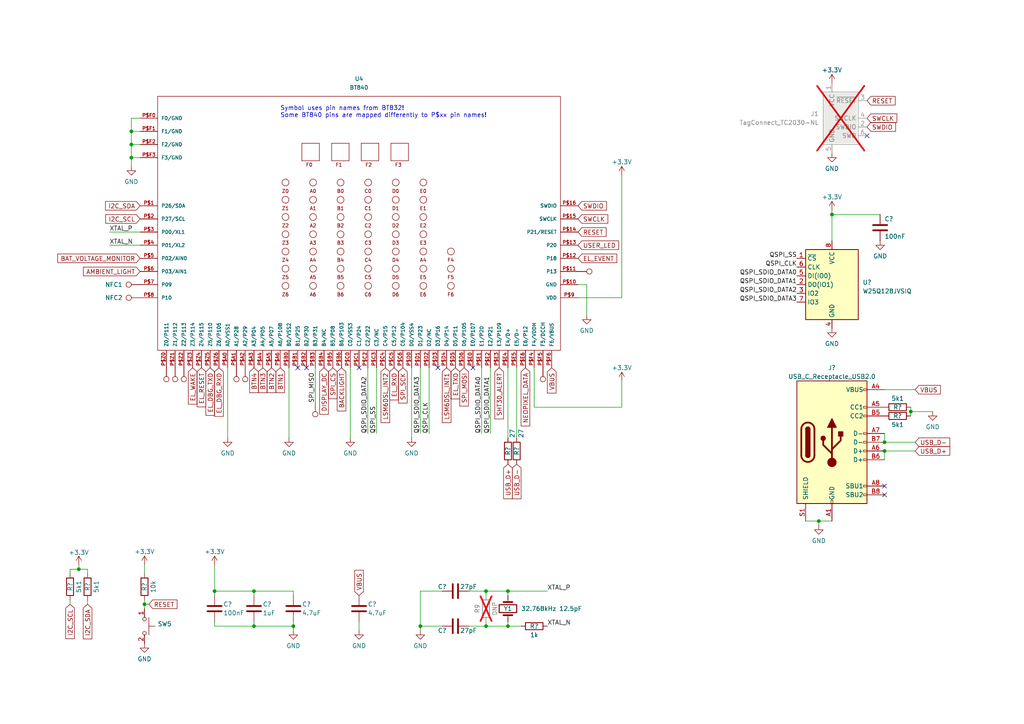
<source format=kicad_sch>
(kicad_sch (version 20230121) (generator eeschema)
  (paper "A4")
  (title_block (title "AWS IoT - Connected Product - Demo Badge 2023") (date "2023-08-22") (rev "1") (company "Amazon Web Services") (comment 1 "Thomas Kriechbaumer (thomkrie@amazon.com)") (comment 4 "https://github.com/aws-samples/aws-iot-connected-product-demo-badge"))
  (lib_symbols
    (symbol "Connector:Conn_ARM_SWD_TagConnect_TC2030-NL" (in_bom no)
      (property "Reference" "J" (at 2.54 11.43 0))
      (property "Value" "Conn_ARM_SWD_TagConnect_TC2030-NL" (at 2.54 8.89 0))
      (symbol "Conn_ARM_SWD_TagConnect_TC2030-NL_0_0"
        (pin power_in line (at -2.54 10.16 270) (length 2.54) (name "VCC") (number "1"))
        (pin bidirectional line (at 7.62 -2.54 180) (length 2.54) (name "SWDIO") (number "2"))
        (pin open_collector line (at 7.62 5.08 180) (length 2.54) (name "~{RESET}") (number "3"))
        (pin output line (at 7.62 0 180) (length 2.54) (name "SWCLK") (number "4"))
        (pin power_in line (at -2.54 -10.16 90) (length 2.54) (name "GND") (number "5"))
        (pin input line (at 7.62 -5.08 180) (length 2.54) (name "SWO") (number "6"))
      )
      (symbol "Conn_ARM_SWD_TagConnect_TC2030-NL_0_1"
        (rectangle (start -5.08 7.62) (end 5.08 -7.62) (fill (type background)))
      )
    )
    (symbol "Connector:TestPoint" (pin_numbers hide) (pin_names (offset 0.762) hide)
      (property "Reference" "TP" (at 0 6.858 0))
      (property "Value" "TestPoint" (at 0 5.08 0))
      (symbol "TestPoint_0_1"
        (circle (center 0 3.302) (radius 0.762))
      )
      (symbol "TestPoint_1_1"
        (pin passive line (at 0 0 90) (length 2.54) (name "1") (number "1"))
      )
    )
    (symbol "Connector:USB_C_Receptacle_USB2.0" (pin_names (offset 1.016))
      (property "Reference" "J" (at -10.16 19.05 0))
      (property "Value" "USB_C_Receptacle_USB2.0" (at 19.05 19.05 0))
      (symbol "USB_C_Receptacle_USB2.0_0_0"
        (rectangle (start -0.254 -17.78) (end 0.254 -16.764))
        (rectangle (start 10.16 -14.986) (end 9.144 -15.494))
        (rectangle (start 10.16 -12.446) (end 9.144 -12.954))
        (rectangle (start 10.16 -4.826) (end 9.144 -5.334))
        (rectangle (start 10.16 -2.286) (end 9.144 -2.794))
        (rectangle (start 10.16 0.254) (end 9.144 -0.254))
        (rectangle (start 10.16 2.794) (end 9.144 2.286))
        (rectangle (start 10.16 7.874) (end 9.144 7.366))
        (rectangle (start 10.16 10.414) (end 9.144 9.906))
        (rectangle (start 10.16 15.494) (end 9.144 14.986))
      )
      (symbol "USB_C_Receptacle_USB2.0_0_1"
        (rectangle (start -10.16 17.78) (end 10.16 -17.78) (stroke (width 0.254)) (fill (type background)))
        (arc (start -8.89 -3.81) (mid -6.985 -5.7067) (end -5.08 -3.81) (stroke (width 0.508)))
        (arc (start -7.62 -3.81) (mid -6.985 -4.4423) (end -6.35 -3.81) (stroke (width 0.254)))
        (arc (start -7.62 -3.81) (mid -6.985 -4.4423) (end -6.35 -3.81) (stroke (width 0.254)) (fill (type outline)))
        (rectangle (start -7.62 -3.81) (end -6.35 3.81) (stroke (width 0.254)) (fill (type outline)))
        (arc (start -6.35 3.81) (mid -6.985 4.4423) (end -7.62 3.81) (stroke (width 0.254)))
        (arc (start -6.35 3.81) (mid -6.985 4.4423) (end -7.62 3.81) (stroke (width 0.254)) (fill (type outline)))
        (arc (start -5.08 3.81) (mid -6.985 5.7067) (end -8.89 3.81) (stroke (width 0.508)))
        (circle (center -2.54 1.143) (radius 0.635) (stroke (width 0.254)) (fill (type outline)))
        (circle (center 0 -5.842) (radius 1.27) (fill (type outline)))
        (polyline (pts (xy -8.89 -3.81) (xy -8.89 3.81)) (stroke (width 0.508)))
        (polyline (pts (xy -5.08 3.81) (xy -5.08 -3.81)) (stroke (width 0.508)))
        (polyline (pts (xy 0 -5.842) (xy 0 4.318)) (stroke (width 0.508)))
        (polyline (pts (xy 0 -3.302) (xy -2.54 -0.762) (xy -2.54 0.508)) (stroke (width 0.508)))
        (polyline (pts (xy 0 -2.032) (xy 2.54 0.508) (xy 2.54 1.778)) (stroke (width 0.508)))
        (polyline (pts (xy -1.27 4.318) (xy 0 6.858) (xy 1.27 4.318) (xy -1.27 4.318)) (stroke (width 0.254)) (fill (type outline)))
        (rectangle (start 1.905 1.778) (end 3.175 3.048) (stroke (width 0.254)) (fill (type outline)))
      )
      (symbol "USB_C_Receptacle_USB2.0_1_1"
        (pin passive line (at 0 -22.86 90) (length 5.08) (name "GND") (number "A1"))
        (pin passive line (at 0 -22.86 90) (length 5.08) hide (name "GND") (number "A12"))
        (pin passive line (at 15.24 15.24 180) (length 5.08) (name "VBUS") (number "A4"))
        (pin bidirectional line (at 15.24 10.16 180) (length 5.08) (name "CC1") (number "A5"))
        (pin bidirectional line (at 15.24 -2.54 180) (length 5.08) (name "D+") (number "A6"))
        (pin bidirectional line (at 15.24 2.54 180) (length 5.08) (name "D-") (number "A7"))
        (pin bidirectional line (at 15.24 -12.7 180) (length 5.08) (name "SBU1") (number "A8"))
        (pin passive line (at 15.24 15.24 180) (length 5.08) hide (name "VBUS") (number "A9"))
        (pin passive line (at 0 -22.86 90) (length 5.08) hide (name "GND") (number "B1"))
        (pin passive line (at 0 -22.86 90) (length 5.08) hide (name "GND") (number "B12"))
        (pin passive line (at 15.24 15.24 180) (length 5.08) hide (name "VBUS") (number "B4"))
        (pin bidirectional line (at 15.24 7.62 180) (length 5.08) (name "CC2") (number "B5"))
        (pin bidirectional line (at 15.24 -5.08 180) (length 5.08) (name "D+") (number "B6"))
        (pin bidirectional line (at 15.24 0 180) (length 5.08) (name "D-") (number "B7"))
        (pin bidirectional line (at 15.24 -15.24 180) (length 5.08) (name "SBU2") (number "B8"))
        (pin passive line (at 15.24 15.24 180) (length 5.08) hide (name "VBUS") (number "B9"))
        (pin passive line (at -7.62 -22.86 90) (length 5.08) (name "SHIELD") (number "S1"))
      )
    )
    (symbol "Device:C" (pin_numbers hide) (pin_names (offset 0.254))
      (property "Reference" "C" (at 0.635 2.54 0))
      (property "Value" "C" (at 0.635 -2.54 0))
      (symbol "C_0_1"
        (polyline (pts (xy -2.032 -0.762) (xy 2.032 -0.762)) (stroke (width 0.508)))
        (polyline (pts (xy -2.032 0.762) (xy 2.032 0.762)) (stroke (width 0.508)))
      )
      (symbol "C_1_1"
        (pin passive line (at 0 3.81 270) (length 2.794) (name "~") (number "1"))
        (pin passive line (at 0 -3.81 90) (length 2.794) (name "~") (number "2"))
      )
    )
    (symbol "Device:Crystal" (pin_numbers hide) (pin_names (offset 1.016) hide)
      (property "Reference" "Y" (at 0 3.81 0))
      (property "Value" "Crystal" (at 0 -3.81 0))
      (symbol "Crystal_0_1"
        (rectangle (start -1.143 2.54) (end 1.143 -2.54) (stroke (width 0.3048)))
        (polyline (pts (xy -2.54 0) (xy -1.905 0)))
        (polyline (pts (xy -1.905 -1.27) (xy -1.905 1.27)) (stroke (width 0.508)))
        (polyline (pts (xy 1.905 -1.27) (xy 1.905 1.27)) (stroke (width 0.508)))
        (polyline (pts (xy 2.54 0) (xy 1.905 0)))
      )
      (symbol "Crystal_1_1"
        (pin passive line (at -3.81 0 0) (length 1.27) (name "1") (number "1"))
        (pin passive line (at 3.81 0 180) (length 1.27) (name "2") (number "2"))
      )
    )
    (symbol "Device:R" (pin_numbers hide) (pin_names (offset 0))
      (property "Reference" "R" (at 2.032 0 90))
      (property "Value" "R" (at 0 0 90))
      (symbol "R_0_1"
        (rectangle (start -1.016 -2.54) (end 1.016 2.54) (stroke (width 0.254)))
      )
      (symbol "R_1_1"
        (pin passive line (at 0 3.81 270) (length 1.27) (name "~") (number "1"))
        (pin passive line (at 0 -3.81 90) (length 1.27) (name "~") (number "2"))
      )
    )
    (symbol "Memory_Flash:W25Q128JVS"
      (property "Reference" "U" (at -8.89 8.89 0))
      (property "Value" "W25Q128JVS" (at 7.62 8.89 0))
      (symbol "W25Q128JVS_0_1"
        (rectangle (start -7.62 10.16) (end 7.62 -10.16) (stroke (width 0.254)) (fill (type background)))
      )
      (symbol "W25Q128JVS_1_1"
        (pin input line (at -10.16 7.62 0) (length 2.54) (name "~{CS}") (number "1"))
        (pin bidirectional line (at -10.16 0 0) (length 2.54) (name "DO(IO1)") (number "2"))
        (pin bidirectional line (at -10.16 -2.54 0) (length 2.54) (name "IO2") (number "3"))
        (pin power_in line (at 0 -12.7 90) (length 2.54) (name "GND") (number "4"))
        (pin bidirectional line (at -10.16 2.54 0) (length 2.54) (name "DI(IO0)") (number "5"))
        (pin input line (at -10.16 5.08 0) (length 2.54) (name "CLK") (number "6"))
        (pin bidirectional line (at -10.16 -5.08 0) (length 2.54) (name "IO3") (number "7"))
        (pin power_in line (at 0 12.7 270) (length 2.54) (name "VCC") (number "8"))
      )
    )
    (symbol "Switch:SW_Push" (pin_names (offset 1.016) hide)
      (property "Reference" "SW" (at 1.27 2.54 0))
      (property "Value" "SW_Push" (at 0 -1.524 0))
      (symbol "SW_Push_0_1"
        (circle (center -2.032 0) (radius 0.508))
        (polyline (pts (xy 0 1.27) (xy 0 3.048)))
        (polyline (pts (xy 2.54 1.27) (xy -2.54 1.27)))
        (circle (center 2.032 0) (radius 0.508))
        (pin passive line (at -5.08 0 0) (length 2.54) (name "1") (number "1"))
        (pin passive line (at 5.08 0 180) (length 2.54) (name "2") (number "2"))
      )
    )
    (symbol "demo-badge-2023:Fanstel-BT840" (pin_names (offset 1.016))
      (property "Reference" "U4" (at 0 52.07 0))
      (property "Value" "BT840" (at 0 49.53 0))
      (symbol "Fanstel-BT840_0_1"
        (rectangle (start -57.15 46.99) (end 59.69 -26.67))
      )
      (symbol "Fanstel-BT840_1_0"
        (polyline (pts (xy -15.3162 28.2956) (xy -15.3162 33.3756)))
        (polyline (pts (xy -15.3162 33.3756) (xy -10.2362 33.3756)))
        (polyline (pts (xy -10.2362 28.2956) (xy -15.3162 28.2956)))
        (polyline (pts (xy -10.2362 33.3756) (xy -10.2362 28.2956)))
        (polyline (pts (xy -6.6802 28.2956) (xy -6.6802 33.3756)))
        (polyline (pts (xy -6.6802 33.3756) (xy -1.6256 33.3756)))
        (polyline (pts (xy -1.6256 28.2956) (xy -6.6802 28.2956)))
        (polyline (pts (xy -1.6256 33.3756) (xy -1.6256 28.2956)))
        (polyline (pts (xy 1.905 28.2956) (xy 1.905 33.3756)))
        (polyline (pts (xy 1.905 33.3756) (xy 6.985 33.3756)))
        (polyline (pts (xy 6.985 28.2956) (xy 1.905 28.2956)))
        (polyline (pts (xy 6.985 33.3756) (xy 6.985 28.2956)))
        (polyline (pts (xy 10.5156 28.2956) (xy 10.5156 33.3756)))
        (polyline (pts (xy 10.5156 33.3756) (xy 15.5956 33.3756)))
        (polyline (pts (xy 15.5956 28.2956) (xy 10.5156 28.2956)))
        (polyline (pts (xy 15.5956 33.3756) (xy 15.5956 28.2956)))
        (text "A0" (at -12.0904 19.5072 0) (effects (font (size 1.016 1.016))))
        (text "A1" (at -12.0904 14.5034 0) (effects (font (size 1.016 1.016))))
        (text "A2" (at -12.0904 9.4996 0) (effects (font (size 1.016 1.016))))
        (text "A3" (at -12.0904 4.4958 0) (effects (font (size 1.016 1.016))))
        (text "A4" (at -12.0904 -0.4826 0) (effects (font (size 1.016 1.016))))
        (text "A4" (at 19.8628 -0.4826 0) (effects (font (size 1.016 1.016))))
        (text "A5" (at -12.0904 -5.4864 0) (effects (font (size 1.016 1.016))))
        (text "A6" (at -12.0904 -10.4902 0) (effects (font (size 1.016 1.016))))
        (text "B0" (at -4.1148 19.5072 0) (effects (font (size 1.016 1.016))))
        (text "B1" (at -4.1148 14.5034 0) (effects (font (size 1.016 1.016))))
        (text "B2" (at -4.1148 9.4996 0) (effects (font (size 1.016 1.016))))
        (text "B3" (at -4.1148 4.4958 0) (effects (font (size 1.016 1.016))))
        (text "B4" (at -4.1148 -0.4826 0) (effects (font (size 1.016 1.016))))
        (text "B5" (at -4.1148 -5.4864 0) (effects (font (size 1.016 1.016))))
        (text "B6" (at -4.1148 -10.4902 0) (effects (font (size 1.016 1.016))))
        (text "C0" (at 3.8608 19.5072 0) (effects (font (size 1.016 1.016))))
        (text "C1" (at 3.8608 14.5034 0) (effects (font (size 1.016 1.016))))
        (text "C2" (at 3.8608 9.4996 0) (effects (font (size 1.016 1.016))))
        (text "C3" (at 3.8608 4.4958 0) (effects (font (size 1.016 1.016))))
        (text "C4" (at 3.8608 -0.4826 0) (effects (font (size 1.016 1.016))))
        (text "C5" (at 3.8608 -5.4864 0) (effects (font (size 1.016 1.016))))
        (text "C6" (at 3.8608 -10.4902 0) (effects (font (size 1.016 1.016))))
        (text "D0" (at 11.8618 19.5072 0) (effects (font (size 1.016 1.016))))
        (text "D1" (at 11.8618 14.5034 0) (effects (font (size 1.016 1.016))))
        (text "D2" (at 11.8618 9.4996 0) (effects (font (size 1.016 1.016))))
        (text "D3" (at 11.8618 4.4958 0) (effects (font (size 1.016 1.016))))
        (text "D4" (at 11.8618 -0.4826 0) (effects (font (size 1.016 1.016))))
        (text "D5" (at 11.8618 -5.4864 0) (effects (font (size 1.016 1.016))))
        (text "D6" (at 11.8618 -10.4902 0) (effects (font (size 1.016 1.016))))
        (text "E0" (at 19.8628 19.5072 0) (effects (font (size 1.016 1.016))))
        (text "E1" (at 19.8628 14.5034 0) (effects (font (size 1.016 1.016))))
        (text "E2" (at 19.8628 9.4996 0) (effects (font (size 1.016 1.016))))
        (text "E3" (at 19.8628 4.4958 0) (effects (font (size 1.016 1.016))))
        (text "E5" (at 19.8628 -5.4864 0) (effects (font (size 1.016 1.016))))
        (text "E6" (at 19.8628 -10.4902 0) (effects (font (size 1.016 1.016))))
        (text "F0" (at -13.1826 27.1272 0) (effects (font (size 1.016 1.016))))
        (text "F1" (at -4.572 27.1272 0) (effects (font (size 1.016 1.016))))
        (text "F2" (at 4.0386 27.1272 0) (effects (font (size 1.016 1.016))))
        (text "F3" (at 12.6492 27.1272 0) (effects (font (size 1.016 1.016))))
        (text "F4" (at 27.8638 -0.4826 0) (effects (font (size 1.016 1.016))))
        (text "F5" (at 27.8638 -5.4864 0) (effects (font (size 1.016 1.016))))
        (text "F6" (at 27.8638 -10.4902 0) (effects (font (size 1.016 1.016))))
        (text "Z0" (at -20.0914 19.5072 0) (effects (font (size 1.016 1.016))))
        (text "Z1" (at -20.0914 14.5034 0) (effects (font (size 1.016 1.016))))
        (text "Z2" (at -20.0914 9.4996 0) (effects (font (size 1.016 1.016))))
        (text "Z3" (at -20.0914 4.4958 0) (effects (font (size 1.016 1.016))))
        (text "Z4" (at -20.0914 -0.4826 0) (effects (font (size 1.016 1.016))))
        (text "Z5" (at -20.0914 -5.4864 0) (effects (font (size 1.016 1.016))))
        (text "Z6" (at -20.0914 -10.4902 0) (effects (font (size 1.016 1.016))))
      )
      (symbol "Fanstel-BT840_1_1"
        (circle (center -20.066 -7.9756) (radius 0.9906))
        (circle (center -20.066 -2.9972) (radius 0.9906))
        (circle (center -20.066 1.9812) (radius 0.9906))
        (circle (center -20.066 6.985) (radius 0.9906))
        (circle (center -20.066 11.9888) (radius 0.9906))
        (circle (center -20.066 16.9926) (radius 0.9906))
        (circle (center -20.066 21.9964) (radius 0.9906))
        (circle (center -12.065 -7.9756) (radius 0.9906))
        (circle (center -12.065 -2.9972) (radius 0.9906))
        (circle (center -12.065 1.9812) (radius 0.9906))
        (circle (center -12.065 6.985) (radius 0.9906))
        (circle (center -12.065 11.9888) (radius 0.9906))
        (circle (center -12.065 16.9926) (radius 0.9906))
        (circle (center -12.065 21.9964) (radius 0.9906))
        (circle (center -4.0894 -7.9756) (radius 0.9906))
        (circle (center -4.0894 -2.9972) (radius 0.9906))
        (circle (center -4.0894 1.9812) (radius 0.9906))
        (circle (center -4.0894 6.985) (radius 0.9906))
        (circle (center -4.0894 11.9888) (radius 0.9906))
        (circle (center -4.0894 16.9926) (radius 0.9906))
        (circle (center -4.0894 21.9964) (radius 0.9906))
        (circle (center 3.9116 -7.9756) (radius 0.9906))
        (circle (center 3.9116 -2.9972) (radius 0.9906))
        (circle (center 3.9116 1.9812) (radius 0.9906))
        (circle (center 3.9116 6.985) (radius 0.9906))
        (circle (center 3.9116 11.9888) (radius 0.9906))
        (circle (center 3.9116 16.9926) (radius 0.9906))
        (circle (center 3.9116 21.9964) (radius 0.9906))
        (circle (center 11.9126 -7.9756) (radius 0.9906))
        (circle (center 11.9126 -2.9972) (radius 0.9906))
        (circle (center 11.9126 1.9812) (radius 0.9906))
        (circle (center 11.9126 6.985) (radius 0.9906))
        (circle (center 11.9126 11.9888) (radius 0.9906))
        (circle (center 11.9126 16.9926) (radius 0.9906))
        (circle (center 11.9126 21.9964) (radius 0.9906))
        (circle (center 19.9136 -7.9756) (radius 0.9906))
        (circle (center 19.9136 -2.9972) (radius 0.9906))
        (circle (center 19.9136 1.9812) (radius 0.9906))
        (circle (center 19.9136 6.985) (radius 0.9906))
        (circle (center 19.9136 11.9888) (radius 0.9906))
        (circle (center 19.9136 16.9926) (radius 0.9906))
        (circle (center 19.9136 21.9964) (radius 0.9906))
        (circle (center 27.9146 -7.9756) (radius 0.9906))
        (circle (center 27.9146 -2.9972) (radius 0.9906))
        (circle (center 27.9146 1.9812) (radius 0.9906))
        (pin bidirectional line (at -62.23 15.24 0) (length 5.08) (name "P26/SDA") (number "P$1"))
        (pin bidirectional line (at 64.77 -7.62 180) (length 5.08) (name "GND") (number "P$10"))
        (pin bidirectional line (at 64.77 -3.81 180) (length 5.08) (name "P13") (number "P$11"))
        (pin bidirectional line (at 64.77 0 180) (length 5.08) (name "P18") (number "P$12"))
        (pin bidirectional line (at 64.77 3.81 180) (length 5.08) (name "P20") (number "P$13"))
        (pin bidirectional line (at 64.77 7.62 180) (length 5.08) (name "P21/RESET") (number "P$14"))
        (pin bidirectional line (at 64.77 11.43 180) (length 5.08) (name "SWCLK") (number "P$15"))
        (pin bidirectional line (at 64.77 15.24 180) (length 5.08) (name "SWDIO") (number "P$16"))
        (pin bidirectional line (at -62.23 11.43 0) (length 5.08) (name "P27/SCL") (number "P$2"))
        (pin bidirectional line (at -62.23 7.62 0) (length 5.08) (name "P00/XL1") (number "P$3"))
        (pin bidirectional line (at -62.23 3.81 0) (length 5.08) (name "P01/XL2") (number "P$4"))
        (pin bidirectional line (at -62.23 0 0) (length 5.08) (name "P02/AIN0") (number "P$5"))
        (pin bidirectional line (at -62.23 -3.81 0) (length 5.08) (name "P03/AIN1") (number "P$6"))
        (pin bidirectional line (at -62.23 -7.62 0) (length 5.08) (name "P09") (number "P$7"))
        (pin bidirectional line (at -62.23 -11.43 0) (length 5.08) (name "P10") (number "P$8"))
        (pin bidirectional line (at 64.77 -11.43 180) (length 5.08) (name "VDD") (number "P$9"))
        (pin bidirectional line (at -36.83 -31.75 90) (length 5.08) (name "A0/VSS1") (number "P$A0"))
        (pin bidirectional line (at -34.29 -31.75 90) (length 5.08) (name "A1/P28") (number "P$A1"))
        (pin bidirectional line (at -31.75 -31.75 90) (length 5.08) (name "A2/P29") (number "P$A2"))
        (pin bidirectional line (at -29.21 -31.75 90) (length 5.08) (name "A3/P04") (number "P$A3"))
        (pin bidirectional line (at -26.67 -31.75 90) (length 5.08) (name "A4/P05") (number "P$A4"))
        (pin bidirectional line (at -24.13 -31.75 90) (length 5.08) (name "A5/P07") (number "P$A5"))
        (pin bidirectional line (at -21.59 -31.75 90) (length 5.08) (name "A6/P108") (number "P$A6"))
        (pin bidirectional line (at -19.05 -31.75 90) (length 5.08) (name "B0/VSS2") (number "P$B0"))
        (pin bidirectional line (at -16.51 -31.75 90) (length 5.08) (name "B1/P25") (number "P$B1"))
        (pin bidirectional line (at -13.97 -31.75 90) (length 5.08) (name "B2/P30") (number "P$B2"))
        (pin bidirectional line (at -11.43 -31.75 90) (length 5.08) (name "B3/P31") (number "P$B3"))
        (pin bidirectional line (at -8.89 -31.75 90) (length 5.08) (name "B4/NC") (number "P$B4"))
        (pin bidirectional line (at -6.35 -31.75 90) (length 5.08) (name "B5/P08") (number "P$B5"))
        (pin bidirectional line (at -3.81 -31.75 90) (length 5.08) (name "B6/P103") (number "P$B6"))
        (pin bidirectional line (at -1.27 -31.75 90) (length 5.08) (name "C0/VSS3") (number "P$C0"))
        (pin bidirectional line (at 1.27 -31.75 90) (length 5.08) (name "C1/P24") (number "P$C1"))
        (pin bidirectional line (at 3.81 -31.75 90) (length 5.08) (name "C2/P22") (number "P$C2"))
        (pin bidirectional line (at 6.35 -31.75 90) (length 5.08) (name "C3/NC") (number "P$C3"))
        (pin bidirectional line (at 8.89 -31.75 90) (length 5.08) (name "C4/P15") (number "P$C4"))
        (pin bidirectional line (at 11.43 -31.75 90) (length 5.08) (name "C5/P12") (number "P$C5"))
        (pin bidirectional line (at 13.97 -31.75 90) (length 5.08) (name "C6/P104") (number "P$C6"))
        (pin bidirectional line (at 16.51 -31.75 90) (length 5.08) (name "D0/VSS4") (number "P$D0"))
        (pin bidirectional line (at 19.05 -31.75 90) (length 5.08) (name "D1/P23") (number "P$D1"))
        (pin bidirectional line (at 21.59 -31.75 90) (length 5.08) (name "D2/NC") (number "P$D2"))
        (pin bidirectional line (at 24.13 -31.75 90) (length 5.08) (name "D3/P16") (number "P$D3"))
        (pin bidirectional line (at 26.67 -31.75 90) (length 5.08) (name "D4/P14") (number "P$D4"))
        (pin bidirectional line (at 29.21 -31.75 90) (length 5.08) (name "D5/P11") (number "P$D5"))
        (pin bidirectional line (at 31.75 -31.75 90) (length 5.08) (name "D6/P105") (number "P$D6"))
        (pin bidirectional line (at 34.29 -31.75 90) (length 5.08) (name "E0/P107") (number "P$E0"))
        (pin bidirectional line (at 36.83 -31.75 90) (length 5.08) (name "E1/P20") (number "P$E1"))
        (pin bidirectional line (at 39.37 -31.75 90) (length 5.08) (name "E2/P21") (number "P$E2"))
        (pin bidirectional line (at 41.91 -31.75 90) (length 5.08) (name "E3/P109") (number "P$E3"))
        (pin bidirectional line (at 44.45 -31.75 90) (length 5.08) (name "E4/D+") (number "P$E4"))
        (pin bidirectional line (at 46.99 -31.75 90) (length 5.08) (name "E5/D-") (number "P$E5"))
        (pin bidirectional line (at 49.53 -31.75 90) (length 5.08) (name "E6/P12") (number "P$E6"))
        (pin bidirectional line (at -62.23 40.64 0) (length 5.08) (name "F0/GND") (number "P$F0"))
        (pin bidirectional line (at -62.23 36.83 0) (length 5.08) (name "F1/GND") (number "P$F1"))
        (pin bidirectional line (at -62.23 33.02 0) (length 5.08) (name "F2/GND") (number "P$F2"))
        (pin bidirectional line (at -62.23 29.21 0) (length 5.08) (name "F3/GND") (number "P$F3"))
        (pin bidirectional line (at 52.07 -31.75 90) (length 5.08) (name "F4/VDDH") (number "P$F4"))
        (pin bidirectional line (at 54.61 -31.75 90) (length 5.08) (name "F5/DCCH") (number "P$F5"))
        (pin bidirectional line (at 57.15 -31.75 90) (length 5.08) (name "F6/VBUS") (number "P$F6"))
        (pin bidirectional line (at -54.61 -31.75 90) (length 5.08) (name "Z0/P111") (number "P$Z0"))
        (pin bidirectional line (at -52.07 -31.75 90) (length 5.08) (name "Z1/P112") (number "P$Z1"))
        (pin bidirectional line (at -49.53 -31.75 90) (length 5.08) (name "Z2/P113") (number "P$Z2"))
        (pin bidirectional line (at -46.99 -31.75 90) (length 5.08) (name "Z3/P114") (number "P$Z3"))
        (pin bidirectional line (at -44.45 -31.75 90) (length 5.08) (name "Z4/P115") (number "P$Z4"))
        (pin bidirectional line (at -41.91 -31.75 90) (length 5.08) (name "Z5/P110") (number "P$Z5"))
        (pin bidirectional line (at -39.37 -31.75 90) (length 5.08) (name "Z6/P106") (number "P$Z6"))
      )
    )
    (symbol "power:+3.3V" (power) (pin_names (offset 0))
      (property "Value" "+3.3V" (at 0 3.556 0))
      (symbol "+3.3V_0_1"
        (polyline (pts (xy -0.762 1.27) (xy 0 2.54)))
        (polyline (pts (xy 0 0) (xy 0 2.54)))
        (polyline (pts (xy 0 2.54) (xy 0.762 1.27)))
      )
      (symbol "+3.3V_1_1"
        (pin power_in line (at 0 0 90) (length 0) hide (name "+3.3V") (number "1"))
      )
    )
    (symbol "power:GND" (power) (pin_names (offset 0))
      (property "Value" "GND" (at 0 -3.81 0))
      (symbol "GND_0_1"
        (polyline (pts (xy 0 0) (xy 0 -1.27) (xy 1.27 -1.27) (xy 0 -2.54) (xy -1.27 -1.27) (xy 0 -1.27)))
      )
      (symbol "GND_1_1"
        (pin power_in line (at 0 0 270) (length 0) hide (name "GND") (number "1"))
      )
    )
  )
  (junction (at 121.92 181.61))
  (junction (at 147.32 171.45))
  (junction (at 256.54 130.81))
  (junction (at 38.1 45.72))
  (junction (at 237.49 151.13))
  (junction (at 241.3 62.23))
  (junction (at 62.23 171.45))
  (junction (at 85.09 181.61))
  (junction (at 256.54 128.27))
  (junction (at 73.66 171.45))
  (junction (at 147.32 181.61))
  (junction (at 41.91 175.26))
  (junction (at 38.1 41.91))
  (junction (at 22.86 165.1))
  (junction (at 140.97 181.61))
  (junction (at 38.1 38.1))
  (junction (at 264.16 119.38))
  (junction (at 140.97 171.45))
  (junction (at 73.66 181.61))
  (no_connect (at 86.36 106.68))
  (no_connect (at 104.14 106.68))
  (no_connect (at 88.9 106.68))
  (no_connect (at 256.54 140.97))
  (no_connect (at 137.16 106.68))
  (no_connect (at 256.54 143.51))
  (no_connect (at 251.46 39.37))
  (no_connect (at 127 106.68))
  (wire (pts (xy 62.23 181.61) (xy 73.66 181.61)))
  (wire (pts (xy 20.32 165.1) (xy 22.86 165.1)))
  (wire (pts (xy 66.04 106.68) (xy 66.04 127)))
  (wire (pts (xy 83.82 106.68) (xy 83.82 127)))
  (wire (pts (xy 22.86 163.83) (xy 22.86 165.1)))
  (wire (pts (xy 124.46 125.73) (xy 124.46 106.68)))
  (wire (pts (xy 85.09 181.61) (xy 85.09 180.34)))
  (wire (pts (xy 256.54 128.27) (xy 265.43 128.27)))
  (wire (pts (xy 256.54 125.73) (xy 256.54 128.27)))
  (wire (pts (xy 73.66 171.45) (xy 73.66 172.72)))
  (wire (pts (xy 264.16 119.38) (xy 270.51 119.38)))
  (wire (pts (xy 265.43 113.03) (xy 256.54 113.03)))
  (wire (pts (xy 38.1 41.91) (xy 38.1 45.72)))
  (wire (pts (xy 264.16 119.38) (xy 264.16 120.65)))
  (wire (pts (xy 104.14 180.34) (xy 104.14 182.88)))
  (wire (pts (xy 106.68 125.73) (xy 106.68 106.68)))
  (wire (pts (xy 40.64 34.29) (xy 38.1 34.29)))
  (wire (pts (xy 121.92 171.45) (xy 121.92 181.61)))
  (wire (pts (xy 135.89 181.61) (xy 140.97 181.61)))
  (wire (pts (xy 140.97 180.34) (xy 140.97 181.61)))
  (wire (pts (xy 41.91 175.26) (xy 43.18 175.26)))
  (wire (pts (xy 73.66 181.61) (xy 73.66 180.34)))
  (wire (pts (xy 41.91 163.83) (xy 41.91 166.37)))
  (wire (pts (xy 101.6 106.68) (xy 101.6 127)))
  (wire (pts (xy 237.49 151.13) (xy 241.3 151.13)))
  (wire (pts (xy 151.13 181.61) (xy 147.32 181.61)))
  (wire (pts (xy 140.97 171.45) (xy 147.32 171.45)))
  (wire (pts (xy 85.09 181.61) (xy 85.09 182.88)))
  (wire (pts (xy 147.32 171.45) (xy 147.32 172.72)))
  (wire (pts (xy 20.32 165.1) (xy 20.32 166.37)))
  (wire (pts (xy 31.75 71.12) (xy 40.64 71.12)))
  (wire (pts (xy 41.91 176.53) (xy 41.91 175.26)))
  (wire (pts (xy 140.97 181.61) (xy 147.32 181.61)))
  (wire (pts (xy 154.94 106.68) (xy 154.94 118.11)))
  (wire (pts (xy 256.54 130.81) (xy 265.43 130.81)))
  (wire (pts (xy 233.68 151.13) (xy 237.49 151.13)))
  (wire (pts (xy 128.27 171.45) (xy 121.92 171.45)))
  (wire (pts (xy 38.1 38.1) (xy 40.64 38.1)))
  (wire (pts (xy 119.38 106.68) (xy 119.38 127)))
  (wire (pts (xy 91.44 116.84) (xy 91.44 106.68)))
  (wire (pts (xy 140.97 171.45) (xy 140.97 172.72)))
  (wire (pts (xy 121.92 125.73) (xy 121.92 106.68)))
  (wire (pts (xy 109.22 125.73) (xy 109.22 106.68)))
  (wire (pts (xy 241.3 60.96) (xy 241.3 62.23)))
  (wire (pts (xy 147.32 181.61) (xy 147.32 180.34)))
  (wire (pts (xy 25.4 175.26) (xy 25.4 173.99)))
  (wire (pts (xy 121.92 182.88) (xy 121.92 181.61)))
  (wire (pts (xy 139.7 125.73) (xy 139.7 106.68)))
  (wire (pts (xy 41.91 173.99) (xy 41.91 175.26)))
  (wire (pts (xy 180.34 50.8) (xy 180.34 86.36)))
  (wire (pts (xy 38.1 45.72) (xy 38.1 48.26)))
  (wire (pts (xy 73.66 181.61) (xy 85.09 181.61)))
  (wire (pts (xy 147.32 171.45) (xy 158.75 171.45)))
  (wire (pts (xy 256.54 130.81) (xy 256.54 133.35)))
  (wire (pts (xy 135.89 171.45) (xy 140.97 171.45)))
  (wire (pts (xy 62.23 171.45) (xy 73.66 171.45)))
  (wire (pts (xy 62.23 171.45) (xy 62.23 172.72)))
  (wire (pts (xy 20.32 175.26) (xy 20.32 173.99)))
  (wire (pts (xy 241.3 62.23) (xy 241.3 69.85)))
  (wire (pts (xy 22.86 165.1) (xy 25.4 165.1)))
  (wire (pts (xy 121.92 181.61) (xy 128.27 181.61)))
  (wire (pts (xy 237.49 152.4) (xy 237.49 151.13)))
  (wire (pts (xy 73.66 171.45) (xy 85.09 171.45)))
  (wire (pts (xy 38.1 38.1) (xy 38.1 41.91)))
  (wire (pts (xy 62.23 163.83) (xy 62.23 171.45)))
  (wire (pts (xy 38.1 34.29) (xy 38.1 38.1)))
  (wire (pts (xy 154.94 118.11) (xy 180.34 118.11)))
  (wire (pts (xy 264.16 118.11) (xy 264.16 119.38)))
  (wire (pts (xy 167.64 82.55) (xy 170.18 82.55)))
  (wire (pts (xy 149.86 127) (xy 149.86 106.68)))
  (wire (pts (xy 180.34 118.11) (xy 180.34 110.49)))
  (wire (pts (xy 25.4 165.1) (xy 25.4 166.37)))
  (wire (pts (xy 167.64 86.36) (xy 180.34 86.36)))
  (wire (pts (xy 170.18 82.55) (xy 170.18 91.44)))
  (wire (pts (xy 31.75 67.31) (xy 40.64 67.31)))
  (wire (pts (xy 62.23 181.61) (xy 62.23 180.34)))
  (wire (pts (xy 142.24 125.73) (xy 142.24 106.68)))
  (wire (pts (xy 85.09 171.45) (xy 85.09 172.72)))
  (wire (pts (xy 38.1 41.91) (xy 40.64 41.91)))
  (wire (pts (xy 38.1 45.72) (xy 40.64 45.72)))
  (wire (pts (xy 147.32 127) (xy 147.32 106.68)))
  (wire (pts (xy 241.3 62.23) (xy 255.27 62.23)))
  (text "Symbol uses pin names from BT832!\nSome BT840 pins are mapped differently to P$xx pin names!" (at 81.28 34.29 0) (effects (font (size 1.27 1.27)) (justify left bottom)))
  (label "QSPI_CLK" (at 124.46 125.73 90) (property "Intersheetrefs" "${INTERSHEET_REFS}" (effects hide)))
  (label "XTAL_N" (at 31.75 71.12 0) (property "Intersheetrefs" "${INTERSHEET_REFS}" (effects hide)))
  (label "QSPI_SS" (at 231.14 74.93 180) (property "Intersheetrefs" "${INTERSHEET_REFS}" (effects hide)))
  (label "QSPI_SDIO_DATA2" (at 231.14 85.09 180) (property "Intersheetrefs" "${INTERSHEET_REFS}" (effects hide)))
  (label "QSPI_SDIO_DATA1" (at 231.14 82.55 180) (property "Intersheetrefs" "${INTERSHEET_REFS}" (effects hide)))
  (label "QSPI_SDIO_DATA2" (at 106.68 125.73 90) (property "Intersheetrefs" "${INTERSHEET_REFS}" (effects hide)))
  (label "XTAL_N" (at 158.75 181.61 0) (property "Intersheetrefs" "${INTERSHEET_REFS}" (effects hide)))
  (label "QSPI_SDIO_DATA3" (at 121.92 125.73 90) (property "Intersheetrefs" "${INTERSHEET_REFS}" (effects hide)))
  (label "SPI_MISO" (at 91.44 116.84 90))
  (label "QSPI_SDIO_DATA1" (at 142.24 125.73 90) (property "Intersheetrefs" "${INTERSHEET_REFS}" (effects hide)))
  (label "XTAL_P" (at 31.75 67.31 0) (property "Intersheetrefs" "${INTERSHEET_REFS}" (effects hide)))
  (label "QSPI_SS" (at 109.22 125.73 90) (property "Intersheetrefs" "${INTERSHEET_REFS}" (effects hide)))
  (label "QSPI_CLK" (at 231.14 77.47 180) (property "Intersheetrefs" "${INTERSHEET_REFS}" (effects hide)))
  (label "QSPI_SDIO_DATA0" (at 231.14 80.01 180) (property "Intersheetrefs" "${INTERSHEET_REFS}" (effects hide)))
  (label "XTAL_P" (at 158.75 171.45 0) (property "Intersheetrefs" "${INTERSHEET_REFS}" (effects hide)))
  (label "QSPI_SDIO_DATA3" (at 231.14 87.63 180) (property "Intersheetrefs" "${INTERSHEET_REFS}" (effects hide)))
  (label "QSPI_SDIO_DATA0" (at 139.7 125.73 90) (property "Intersheetrefs" "${INTERSHEET_REFS}" (effects hide)))
  (global_label "EL_DBG_RXD" (shape input) (at 63.5 106.68 270) (property "Intersheetrefs" "${INTERSHEET_REFS}" (effects hide)))
  (global_label "BTN3" (shape input) (at 76.2 106.68 270) (property "Intersheetrefs" "${INTERSHEET_REFS}" (effects hide)))
  (global_label "RESET" (shape input) (at 251.46 29.21 0) (property "Intersheetrefs" "${INTERSHEET_REFS}" (effects hide)))
  (global_label "I2C_SCL" (shape input) (at 40.64 63.5 180) (property "Intersheetrefs" "${INTERSHEET_REFS}" (effects hide)))
  (global_label "USER_LED" (shape input) (at 167.64 71.12 0) (property "Intersheetrefs" "${INTERSHEET_REFS}" (effects hide)))
  (global_label "I2C_SCL" (shape input) (at 20.32 175.26 270) (property "Intersheetrefs" "${INTERSHEET_REFS}" (effects hide)))
  (global_label "RESET" (shape input) (at 167.64 67.31 0) (property "Intersheetrefs" "${INTERSHEET_REFS}" (effects hide)))
  (global_label "DISPLAY_DC" (shape input) (at 93.98 106.68 270) (property "Intersheetrefs" "${INTERSHEET_REFS}" (effects hide)))
  (global_label "SWCLK" (shape input) (at 251.46 34.29 0) (property "Intersheetrefs" "${INTERSHEET_REFS}" (effects hide)))
  (global_label "EL_DBG_TXD" (shape input) (at 60.96 106.68 270) (property "Intersheetrefs" "${INTERSHEET_REFS}" (effects hide)))
  (global_label "USB_D+" (shape input) (at 265.43 130.81 0) (property "Intersheetrefs" "${INTERSHEET_REFS}" (effects hide)))
  (global_label "I2C_SDA" (shape input) (at 25.4 175.26 270) (property "Intersheetrefs" "${INTERSHEET_REFS}" (effects hide)))
  (global_label "EL_TXD" (shape input) (at 132.08 106.68 270) (property "Intersheetrefs" "${INTERSHEET_REFS}" (effects hide)))
  (global_label "LSM6DSL_INT1" (shape input) (at 129.54 106.68 270) (property "Intersheetrefs" "${INTERSHEET_REFS}" (effects hide)))
  (global_label "BTN4" (shape input) (at 73.66 106.68 270) (property "Intersheetrefs" "${INTERSHEET_REFS}" (effects hide)))
  (global_label "SWDIO" (shape input) (at 251.46 36.83 0) (property "Intersheetrefs" "${INTERSHEET_REFS}" (effects hide)))
  (global_label "AMBIENT_LIGHT" (shape input) (at 40.64 78.74 180) (property "Intersheetrefs" "${INTERSHEET_REFS}" (effects hide)))
  (global_label "SWDIO" (shape input) (at 167.64 59.69 0) (property "Intersheetrefs" "${INTERSHEET_REFS}" (effects hide)))
  (global_label "I2C_SDA" (shape input) (at 40.64 59.69 180) (property "Intersheetrefs" "${INTERSHEET_REFS}" (effects hide)))
  (global_label "SHT30_ALERT" (shape input) (at 144.78 106.68 270) (property "Intersheetrefs" "${INTERSHEET_REFS}" (effects hide)))
  (global_label "NEOPIXEL_DATA" (shape input) (at 152.4 106.68 270) (property "Intersheetrefs" "${INTERSHEET_REFS}" (effects hide)))
  (global_label "USB_D+" (shape input) (at 147.32 134.62 270) (property "Intersheetrefs" "${INTERSHEET_REFS}" (effects hide)))
  (global_label "SPI_MOSI" (shape input) (at 134.62 106.68 270) (property "Intersheetrefs" "${INTERSHEET_REFS}" (effects hide)))
  (global_label "BTN2" (shape input) (at 78.74 106.68 270) (property "Intersheetrefs" "${INTERSHEET_REFS}" (effects hide)))
  (global_label "BTN1" (shape input) (at 81.28 106.68 270) (property "Intersheetrefs" "${INTERSHEET_REFS}" (effects hide)))
  (global_label "BACKLIGHT" (shape input) (at 99.06 106.68 270) (property "Intersheetrefs" "${INTERSHEET_REFS}" (effects hide)))
  (global_label "VBUS" (shape input) (at 160.02 106.68 270) (property "Intersheetrefs" "${INTERSHEET_REFS}" (effects hide)))
  (global_label "VBUS" (shape input) (at 104.14 172.72 90) (property "Intersheetrefs" "${INTERSHEET_REFS}" (effects hide)))
  (global_label "EL_EVENT" (shape input) (at 167.64 74.93 0) (property "Intersheetrefs" "${INTERSHEET_REFS}" (effects hide)))
  (global_label "SPI_SCK" (shape input) (at 116.84 106.68 270) (property "Intersheetrefs" "${INTERSHEET_REFS}" (effects hide)))
  (global_label "EL_RESET" (shape input) (at 58.42 106.68 270) (property "Intersheetrefs" "${INTERSHEET_REFS}" (effects hide)))
  (global_label "SPI_CS" (shape input) (at 96.52 106.68 270) (property "Intersheetrefs" "${INTERSHEET_REFS}" (effects hide)))
  (global_label "USB_D-" (shape input) (at 265.43 128.27 0) (property "Intersheetrefs" "${INTERSHEET_REFS}" (effects hide)))
  (global_label "LSM6DSL_INT2" (shape input) (at 111.76 106.68 270) (property "Intersheetrefs" "${INTERSHEET_REFS}" (effects hide)))
  (global_label "EL_WAKE" (shape input) (at 55.88 106.68 270) (property "Intersheetrefs" "${INTERSHEET_REFS}" (effects hide)))
  (global_label "USB_D-" (shape input) (at 149.86 134.62 270) (property "Intersheetrefs" "${INTERSHEET_REFS}" (effects hide)))
  (global_label "BAT_VOLTAGE_MONITOR" (shape input) (at 40.64 74.93 180) (property "Intersheetrefs" "${INTERSHEET_REFS}" (effects hide)))
  (global_label "VBUS" (shape input) (at 265.43 113.03 0) (property "Intersheetrefs" "${INTERSHEET_REFS}" (effects hide)))
  (global_label "EL_RXD" (shape input) (at 114.3 106.68 270) (property "Intersheetrefs" "${INTERSHEET_REFS}" (effects hide)))
  (global_label "RESET" (shape input) (at 43.18 175.26 0) (property "Intersheetrefs" "${INTERSHEET_REFS}" (effects hide)))
  (global_label "SWCLK" (shape input) (at 167.64 63.5 0) (property "Intersheetrefs" "${INTERSHEET_REFS}" (effects hide)))
  (symbol (lib_id "Device:C") (at 255.27 66.04 180) (unit 1)
    (property "Reference" "C?" (at 256.54 63.5 0) (effects (justify right)))
    (property "Value" "100nF" (at 256.54 68.58 0) (effects (justify right)))
    (property "Footprint" "Capacitor_SMD:C_0603_1608Metric" (effects hide))
    (property "LCSC Part #" "C14663" (effects hide))
    (property "Detail" "0603 MLCC" (effects hide))
    (instances (project "demo-badge-2023" (path "" (reference "C?") (unit 1)) (path "" (reference "C41") (unit 1))))
  )
  (symbol (lib_id "Device:R") (at 154.94 181.61 90) (unit 1)
    (property "Reference" "R?" (at 154.94 181.61 90))
    (property "Value" "1k" (at 154.94 184.15 90))
    (property "Footprint" "Resistor_SMD:R_0603_1608Metric" (effects hide))
    (property "LCSC Part #" "C21190" (effects hide))
    (property "Detail" "0603 100mW 1%" (effects hide))
    (instances (project "demo-badge-2023" (path "" (reference "R?") (unit 1)) (path "" (reference "R33") (unit 1)) (path "" (reference "R52") (unit 1))))
  )
  (symbol (lib_id "power:GND") (at 255.27 69.85 0) (unit 1)
    (property "Reference" "#PWR?" (effects hide))
    (property "Value" "GND" (at 255.27 74.2934 0))
    (instances (project "demo-badge-2023" (path "" (reference "#PWR?") (unit 1)) (path "" (reference "#PWR083") (unit 1))))
  )
  (symbol (lib_id "Connector:TestPoint") (at 157.48 106.68 180) (unit 1)
    (property "Reference" "TP2" (effects hide))
    (property "Value" "TestPoint" (effects hide))
    (property "Footprint" "TestPoint:TestPoint_Pad_D1.0mm" (effects hide))
  )
  (symbol (lib_id "power:GND") (at 170.18 91.44 0) (unit 1)
    (property "Reference" "#PWR?" (effects hide))
    (property "Value" "GND" (at 170.18 95.8834 0))
    (instances (project "demo-badge-2023" (path "" (reference "#PWR?") (unit 1)) (path "" (reference "#PWR066") (unit 1)) (path "" (reference "#PWR086") (unit 1))))
  )
  (symbol (lib_id "power:GND") (at 104.14 182.88 0) (unit 1)
    (property "Reference" "#PWR?" (effects hide))
    (property "Value" "GND" (at 104.14 187.3234 0))
    (instances (project "demo-badge-2023" (path "" (reference "#PWR?") (unit 1)) (path "" (reference "#PWR07") (unit 1))))
  )
  (symbol (lib_id "Connector:TestPoint") (at 91.44 116.84 180) (unit 1)
    (property "Reference" "TP11" (effects hide))
    (property "Value" "TestPoint" (effects hide))
    (property "Footprint" "TestPoint:TestPoint_Pad_D1.0mm" (effects hide))
  )
  (symbol (lib_id "power:+3.3V") (at 180.34 50.8 0) (unit 1)
    (property "Reference" "#PWR01" (effects hide))
    (property "Value" "+3.3V" (at 180.34 46.99 0))
  )
  (symbol (lib_id "power:GND") (at 101.6 127 0) (unit 1)
    (property "Reference" "#PWR?" (effects hide))
    (property "Value" "GND" (at 101.6 131.4434 0))
    (instances (project "demo-badge-2023" (path "" (reference "#PWR?") (unit 1)) (path "" (reference "#PWR066") (unit 1)) (path "" (reference "#PWR084") (unit 1))))
  )
  (symbol (lib_id "power:GND") (at 270.51 119.38 0) (unit 1)
    (property "Reference" "#PWR?" (effects hide))
    (property "Value" "GND" (at 270.51 123.8234 0))
    (instances (project "demo-badge-2023" (path "" (reference "#PWR?") (unit 1)) (path "" (reference "#PWR038") (unit 1))))
  )
  (symbol (lib_id "Connector:TestPoint") (at 40.64 82.55 90) (unit 1)
    (property "Reference" "NFC1" (at 33.02 82.55 90))
    (property "Value" "TestPoint" (effects hide))
    (property "Footprint" "TestPoint:TestPoint_Pad_D1.0mm" (effects hide))
  )
  (symbol (lib_id "Connector:TestPoint") (at 53.34 106.68 180) (unit 1)
    (property "Reference" "TP5" (effects hide))
    (property "Value" "TestPoint" (effects hide))
    (property "Footprint" "TestPoint:TestPoint_Pad_D1.0mm" (effects hide))
  )
  (symbol (lib_id "power:+3.3V") (at 22.86 163.83 0) (unit 1)
    (property "Reference" "#PWR?" (effects hide))
    (property "Value" "+3.3V" (at 22.86 160.2542 0))
    (instances (project "demo-badge-2023" (path "" (reference "#PWR?") (unit 1)) (path "" (reference "#PWR014") (unit 1))))
  )
  (symbol (lib_id "power:GND") (at 241.3 44.45 0) (unit 1)
    (property "Reference" "#PWR?" (effects hide))
    (property "Value" "GND" (at 241.3 48.8934 0))
    (instances (project "demo-badge-2023" (path "" (reference "#PWR?") (unit 1)) (path "" (reference "#PWR066") (unit 1)) (path "" (reference "#PWR010") (unit 1))))
  )
  (symbol (lib_id "power:GND") (at 121.92 182.88 0) (unit 1)
    (property "Reference" "#PWR?" (effects hide))
    (property "Value" "GND" (at 121.92 187.3234 0))
    (instances (project "demo-badge-2023" (path "" (reference "#PWR?") (unit 1)) (path "" (reference "#PWR066") (unit 1)) (path "" (reference "#PWR079") (unit 1))))
  )
  (symbol (lib_id "power:GND") (at 83.82 127 0) (unit 1)
    (property "Reference" "#PWR?" (effects hide))
    (property "Value" "GND" (at 83.82 131.4434 0))
    (instances (project "demo-badge-2023" (path "" (reference "#PWR?") (unit 1)) (path "" (reference "#PWR066") (unit 1)) (path "" (reference "#PWR076") (unit 1))))
  )
  (symbol (lib_id "Device:R") (at 147.32 130.81 180) (unit 1)
    (property "Reference" "R?" (at 147.32 130.81 90))
    (property "Value" "27" (at 148.59 125.73 90))
    (property "Footprint" "Resistor_SMD:R_0603_1608Metric" (effects hide))
    (property "LCSC Part #" "C25190" (effects hide))
    (property "Detail" "0603 100mW 1%" (effects hide))
    (instances (project "demo-badge-2023" (path "" (reference "R?") (unit 1)) (path "" (reference "R3") (unit 1))))
  )
  (symbol (lib_id "power:+3.3V") (at 180.34 110.49 0) (unit 1)
    (property "Reference" "#PWR04" (effects hide))
    (property "Value" "+3.3V" (at 180.34 106.68 0))
  )
  (symbol (lib_id "Memory_Flash:W25Q128JVS") (at 241.3 82.55 0) (unit 1)
    (property "Reference" "U?" (at 250.19 81.915 0) (effects (justify left)))
    (property "Value" "W25Q128JVSIQ" (at 250.19 84.455 0) (effects (justify left)))
    (property "Footprint" "Package_SO:SOIC-8_5.23x5.23mm_P1.27mm" (effects hide))
    (property "Datasheet" "http://www.winbond.com/resource-files/w25q128jv_dtr%20revc%2003272018%20plus.pdf" (effects hide))
    (property "LCSC Part #" "C97521" (effects hide))
    (instances (project "demo-badge-2023" (path "" (reference "U?") (unit 1)) (path "" (reference "U14") (unit 1))))
  )
  (symbol (lib_id "power:+3.3V") (at 41.91 163.83 0) (unit 1)
    (property "Reference" "#PWR018" (effects hide))
    (property "Value" "+3.3V" (at 41.91 160.02 0))
  )
  (symbol (lib_id "Connector:TestPoint") (at 68.58 106.68 180) (unit 1)
    (property "Reference" "TP8" (effects hide))
    (property "Value" "TestPoint" (effects hide))
    (property "Footprint" "TestPoint:TestPoint_Pad_D1.0mm" (effects hide))
  )
  (symbol (lib_id "Device:R") (at 41.91 170.18 180) (unit 1)
    (property "Reference" "R?" (at 41.91 170.18 90))
    (property "Value" "10k" (at 44.45 170.18 90))
    (property "Footprint" "Resistor_SMD:R_0603_1608Metric" (effects hide))
    (property "LCSC Part #" "C25804" (effects hide))
    (property "Detail" "0603 100mW 1%" (effects hide))
    (instances (project "demo-badge-2023" (path "" (reference "R?") (unit 1)) (path "" (reference "R37") (unit 1))))
  )
  (symbol (lib_id "Device:C") (at 132.08 181.61 270) (unit 1)
    (property "Reference" "C?" (at 128.27 182.88 90))
    (property "Value" "27pF" (at 135.89 182.88 90))
    (property "Footprint" "Capacitor_SMD:C_0603_1608Metric" (effects hide))
    (property "LCSC Part #" "C107045" (effects hide))
    (property "Detail" "0603 MLCC" (effects hide))
    (instances (project "demo-badge-2023" (path "" (reference "C?") (unit 1)) (path "" (reference "C34") (unit 1)) (path "" (reference "C40") (unit 1))))
  )
  (symbol (lib_id "power:+3.3V") (at 241.3 60.96 0) (unit 1)
    (property "Reference" "#PWR081" (effects hide))
    (property "Value" "+3.3V" (at 241.3 57.15 0))
  )
  (symbol (lib_id "Device:R") (at 25.4 170.18 180) (unit 1)
    (property "Reference" "R?" (at 25.4 170.18 90))
    (property "Value" "5k1" (at 27.94 170.18 90))
    (property "Footprint" "Resistor_SMD:R_0603_1608Metric" (effects hide))
    (property "LCSC Part #" "C3013567" (effects hide))
    (property "Detail" "0603 100mW 1%" (effects hide))
    (instances (project "demo-badge-2023" (path "" (reference "R?") (unit 1)) (path "" (reference "R36") (unit 1))))
  )
  (symbol (lib_id "Connector:TestPoint") (at 48.26 106.68 180) (unit 1)
    (property "Reference" "TP3" (effects hide))
    (property "Value" "TestPoint" (effects hide))
    (property "Footprint" "TestPoint:TestPoint_Pad_D1.0mm" (effects hide))
  )
  (symbol (lib_id "power:GND") (at 237.49 152.4 0) (unit 1)
    (property "Reference" "#PWR?" (effects hide))
    (property "Value" "GND" (at 237.49 156.8434 0))
    (instances (project "demo-badge-2023" (path "" (reference "#PWR?") (unit 1)) (path "" (reference "#PWR06") (unit 1))))
  )
  (symbol (lib_id "power:GND") (at 85.09 182.88 0) (unit 1)
    (property "Reference" "#PWR?" (effects hide))
    (property "Value" "GND" (at 85.09 187.3234 0))
    (instances (project "demo-badge-2023" (path "" (reference "#PWR?") (unit 1)) (path "" (reference "#PWR078") (unit 1))))
  )
  (symbol (lib_id "Connector:TestPoint") (at 167.64 78.74 270) (unit 1)
    (property "Reference" "TP1" (effects hide))
    (property "Value" "TestPoint" (effects hide))
    (property "Footprint" "TestPoint:TestPoint_Pad_D1.0mm" (effects hide))
  )
  (symbol (lib_id "Device:R") (at 20.32 170.18 180) (unit 1)
    (property "Reference" "R?" (at 20.32 170.18 90))
    (property "Value" "5k1" (at 22.86 170.18 90))
    (property "Footprint" "Resistor_SMD:R_0603_1608Metric" (effects hide))
    (property "LCSC Part #" "C3013567" (effects hide))
    (property "Detail" "0603 100mW 1%" (effects hide))
    (instances (project "demo-badge-2023" (path "" (reference "R?") (unit 1)) (path "" (reference "R35") (unit 1))))
  )
  (symbol (lib_id "power:GND") (at 41.91 186.69 0) (unit 1)
    (property "Reference" "#PWR?" (effects hide))
    (property "Value" "GND" (at 41.91 191.1334 0))
    (instances (project "demo-badge-2023" (path "" (reference "#PWR?") (unit 1)) (path "" (reference "#PWR044") (unit 1))))
  )
  (symbol (lib_id "Device:C") (at 85.09 176.53 180) (unit 1)
    (property "Reference" "C?" (at 87.63 175.26 0) (effects (justify right)))
    (property "Value" "4.7uF" (at 87.63 177.8 0) (effects (justify right)))
    (property "Footprint" "Capacitor_SMD:C_0603_1608Metric" (effects hide))
    (property "LCSC Part #" "C19666" (effects hide))
    (property "Detail" "0603 MLCC" (effects hide))
    (instances (project "demo-badge-2023" (path "" (reference "C?") (unit 1)) (path "" (reference "C36") (unit 1))))
  )
  (symbol (lib_id "Device:Crystal") (at 147.32 176.53 90) (unit 1)
    (property "Reference" "Y1" (at 146.05 176.53 90) (effects (justify right)))
    (property "Value" "32.768kHz 12.5pF" (at 151.13 176.53 90) (effects (justify right)))
    (property "Footprint" "Crystal:Crystal_SMD_3215-2Pin_3.2x1.5mm" (effects hide))
    (property "LCSC Part #" "C3035215" (effects hide))
    (property "Detail" "SMD 3215-2pin" (effects hide))
    (instances (project "demo-badge-2023" (path "" (reference "Y1") (unit 1)) (path "" (reference "Y1") (unit 1)) (path "" (reference "Y3") (unit 1))))
  )
  (symbol (lib_id "power:GND") (at 66.04 127 0) (unit 1)
    (property "Reference" "#PWR?" (effects hide))
    (property "Value" "GND" (at 66.04 131.4434 0))
    (instances (project "demo-badge-2023" (path "" (reference "#PWR?") (unit 1)) (path "" (reference "#PWR066") (unit 1)) (path "" (reference "#PWR080") (unit 1))))
  )
  (symbol (lib_id "Device:C") (at 62.23 176.53 180) (unit 1)
    (property "Reference" "C?" (at 64.77 175.26 0) (effects (justify right)))
    (property "Value" "100nF" (at 64.77 177.8 0) (effects (justify right)))
    (property "Footprint" "Capacitor_SMD:C_0603_1608Metric" (effects hide))
    (property "LCSC Part #" "C14663" (effects hide))
    (property "Detail" "0603 MLCC" (effects hide))
    (instances (project "demo-badge-2023" (path "" (reference "C?") (unit 1)) (path "" (reference "C22") (unit 1))))
  )
  (symbol (lib_id "Device:C") (at 104.14 176.53 180) (unit 1)
    (property "Reference" "C?" (at 106.68 175.26 0) (effects (justify right)))
    (property "Value" "4.7uF" (at 106.68 177.8 0) (effects (justify right)))
    (property "Footprint" "Capacitor_SMD:C_0603_1608Metric" (effects hide))
    (property "LCSC Part #" "C19666" (effects hide))
    (property "Detail" "0603 MLCC" (effects hide))
    (instances (project "demo-badge-2023" (path "" (reference "C?") (unit 1)) (path "" (reference "C8") (unit 1))))
  )
  (symbol (lib_id "Device:C") (at 73.66 176.53 180) (unit 1)
    (property "Reference" "C?" (at 76.2 175.26 0) (effects (justify right)))
    (property "Value" "1uF" (at 76.2 177.8 0) (effects (justify right)))
    (property "Footprint" "Capacitor_SMD:C_0603_1608Metric" (effects hide))
    (property "LCSC Part #" "C15849" (effects hide))
    (property "Detail" "0603 MLCC" (effects hide))
    (instances (project "demo-badge-2023" (path "" (reference "C?") (unit 1)) (path "" (reference "C35") (unit 1))))
  )
  (symbol (lib_id "power:GND") (at 119.38 127 0) (unit 1)
    (property "Reference" "#PWR?" (effects hide))
    (property "Value" "GND" (at 119.38 131.4434 0))
    (instances (project "demo-badge-2023" (path "" (reference "#PWR?") (unit 1)) (path "" (reference "#PWR066") (unit 1)) (path "" (reference "#PWR085") (unit 1))))
  )
  (symbol (lib_id "power:GND") (at 241.3 95.25 0) (unit 1)
    (property "Reference" "#PWR?" (effects hide))
    (property "Value" "GND" (at 241.3 99.6934 0))
    (instances (project "demo-badge-2023" (path "" (reference "#PWR?") (unit 1)) (path "" (reference "#PWR082") (unit 1))))
  )
  (symbol (lib_id "Connector:Conn_ARM_SWD_TagConnect_TC2030-NL") (at 243.84 34.29 0) (unit 1) (in_bom no) (dnp yes)
    (property "Reference" "J1" (at 237.49 33.02 0) (effects (justify right)))
    (property "Value" "TagConnect_TC2030-NL" (at 237.49 35.56 0) (effects (justify right)))
    (property "Footprint" "Connector:Tag-Connect_TC2030-IDC-NL_2x03_P1.27mm_Vertical" (effects hide))
    (property "Datasheet" "https://www.tag-connect.com/wp-content/uploads/bsk-pdf-manager/TC2030-CTX_1.pdf" (effects hide))
  )
  (symbol (lib_id "demo-badge-2023:Fanstel-BT840") (at 102.87 74.93 0) (unit 1)
    (property "Reference" "U4" (at 104.14 22.86 0) (effects (font (size 1.143 1.143))))
    (property "Value" "BT840" (at 104.14 25.4 0) (effects (font (size 1.143 1.143))))
    (property "Footprint" "demo-badge-2023:Fanstel-BT840" (effects hide))
    (property "Datasheet" "https://www.fanstel.com/s/BT840F-p-Product-Specifications.pdf" (effects hide))
    (property "LCSC Part #" "C5182373" (effects hide))
  )
  (symbol (lib_id "Device:R") (at 140.97 176.53 180) (unit 1) (in_bom no) (dnp yes)
    (property "Reference" "R9" (at 138.43 176.53 90))
    (property "Value" "DNP" (at 143.51 176.53 90))
    (property "Footprint" "Resistor_SMD:R_0603_1608Metric" (effects hide))
    (instances (project "demo-badge-2023" (path "" (reference "R9") (unit 1)) (path "" (reference "R32") (unit 1)) (path "" (reference "R51") (unit 1))))
  )
  (symbol (lib_id "Device:C") (at 132.08 171.45 270) (unit 1)
    (property "Reference" "C?" (at 128.27 170.18 90))
    (property "Value" "27pF" (at 135.89 170.18 90))
    (property "Footprint" "Capacitor_SMD:C_0603_1608Metric" (effects hide))
    (property "LCSC Part #" "C107045" (effects hide))
    (property "Detail" "0603 MLCC" (effects hide))
    (instances (project "demo-badge-2023" (path "" (reference "C?") (unit 1)) (path "" (reference "C29") (unit 1)) (path "" (reference "C39") (unit 1))))
  )
  (symbol (lib_id "Device:R") (at 149.86 130.81 180) (unit 1)
    (property "Reference" "R?" (at 149.86 130.81 90))
    (property "Value" "27" (at 151.13 125.73 90))
    (property "Footprint" "Resistor_SMD:R_0603_1608Metric" (effects hide))
    (property "LCSC Part #" "C25190" (effects hide))
    (property "Detail" "0603 100mW 1%" (effects hide))
    (instances (project "demo-badge-2023" (path "" (reference "R?") (unit 1)) (path "" (reference "R4") (unit 1))))
  )
  (symbol (lib_id "power:+3.3V") (at 62.23 163.83 0) (unit 1)
    (property "Reference" "#PWR077" (effects hide))
    (property "Value" "+3.3V" (at 62.23 160.02 0))
  )
  (symbol (lib_id "Device:R") (at 260.35 118.11 270) (unit 1)
    (property "Reference" "R?" (at 260.35 118.11 90))
    (property "Value" "5k1" (at 260.35 115.57 90))
    (property "Footprint" "Resistor_SMD:R_0603_1608Metric" (effects hide))
    (property "LCSC Part #" "C3013567" (effects hide))
    (property "Detail" "0603 100mW 1%" (effects hide))
    (instances (project "demo-badge-2023" (path "" (reference "R?") (unit 1)) (path "" (reference "R22") (unit 1))))
  )
  (symbol (lib_id "Connector:USB_C_Receptacle_USB2.0") (at 241.3 128.27 0) (unit 1)
    (property "Reference" "J?" (at 241.3 106.68 0))
    (property "Value" "USB_C_Receptacle_USB2.0" (at 241.3 109.22 0))
    (property "Footprint" "Connector_USB:USB_C_Receptacle_Palconn_UTC16-G" (effects hide))
    (property "Datasheet" "https://www.usb.org/sites/default/files/documents/usb_type-c.zip" (effects hide))
    (property "LCSC Part #" "C2988369" (effects hide))
    (instances (project "demo-badge-2023" (path "" (reference "J?") (unit 1)) (path "" (reference "J2") (unit 1))))
  )
  (symbol (lib_id "Connector:TestPoint") (at 40.64 86.36 90) (unit 1)
    (property "Reference" "NFC2" (at 33.02 86.36 90))
    (property "Value" "TestPoint" (effects hide))
    (property "Footprint" "TestPoint:TestPoint_Pad_D1.0mm" (effects hide))
  )
  (symbol (lib_id "power:GND") (at 38.1 48.26 0) (unit 1)
    (property "Reference" "#PWR?" (effects hide))
    (property "Value" "GND" (at 38.1 52.7034 0))
    (instances (project "demo-badge-2023" (path "" (reference "#PWR?") (unit 1)) (path "" (reference "#PWR066") (unit 1)) (path "" (reference "#PWR071") (unit 1))))
  )
  (symbol (lib_id "Connector:TestPoint") (at 50.8 106.68 180) (unit 1)
    (property "Reference" "TP4" (effects hide))
    (property "Value" "TestPoint" (effects hide))
    (property "Footprint" "TestPoint:TestPoint_Pad_D1.0mm" (effects hide))
  )
  (symbol (lib_id "Device:R") (at 260.35 120.65 270) (unit 1)
    (property "Reference" "R?" (at 260.35 120.65 90))
    (property "Value" "5k1" (at 260.35 123.19 90))
    (property "Footprint" "Resistor_SMD:R_0603_1608Metric" (effects hide))
    (property "LCSC Part #" "C3013567" (effects hide))
    (property "Detail" "0603 100mW 1%" (effects hide))
    (instances (project "demo-badge-2023" (path "" (reference "R?") (unit 1)) (path "" (reference "R23") (unit 1))))
  )
  (symbol (lib_id "Switch:SW_Push") (at 41.91 181.61 270) (unit 1)
    (property "Reference" "SW5" (at 45.72 180.975 90) (effects (justify left)))
    (property "Value" "PTS815" (effects hide))
    (property "Footprint" "PTS815:PTS815" (effects hide))
    (property "LCSC Part #" "C2689510" (effects hide))
  )
  (symbol (lib_id "power:+3.3V") (at 241.3 24.13 0) (unit 1)
    (property "Reference" "#PWR08" (effects hide))
    (property "Value" "+3.3V" (at 241.3 20.32 0))
  )
  (symbol (lib_id "Connector:TestPoint") (at 71.12 106.68 180) (unit 1)
    (property "Reference" "TP9" (effects hide))
    (property "Value" "TestPoint" (effects hide))
    (property "Footprint" "TestPoint:TestPoint_Pad_D1.0mm" (effects hide))
  )
)
</source>
